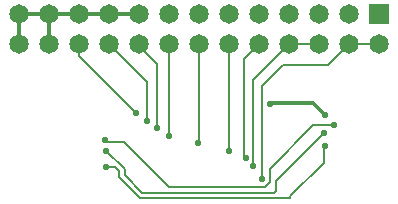
<source format=gbl>
G04*
G04 #@! TF.GenerationSoftware,Altium Limited,Altium Designer,19.1.5 (86)*
G04*
G04 Layer_Physical_Order=2*
G04 Layer_Color=1930808*
%FSAX24Y24*%
%MOIN*%
G70*
G01*
G75*
%ADD21C,0.0080*%
%ADD22C,0.0140*%
%ADD24R,0.0650X0.0650*%
%ADD25C,0.0650*%
%ADD26C,0.0220*%
D21*
X019600Y015650D02*
X020600D01*
X021600D02*
X022600D01*
X020900Y014950D02*
X021600Y015650D01*
X019633Y010520D02*
Y010583D01*
X014629Y010520D02*
X019633D01*
X020750Y012203D02*
X020797Y012250D01*
X020800D01*
X020750Y011700D02*
Y012203D01*
X019633Y010583D02*
X020750Y011700D01*
X013935Y011214D02*
X014629Y010520D01*
X013935Y011214D02*
Y011410D01*
X013795Y011550D02*
X013935Y011410D01*
X013500Y011550D02*
X013795D01*
X018950Y011046D02*
Y011500D01*
X018804Y010900D02*
X018950Y011046D01*
X015600Y010900D02*
X018804D01*
X014100Y012400D02*
X015600Y010900D01*
X018700Y011150D02*
Y014250D01*
X014115Y011288D02*
X014704Y010700D01*
X014115Y011288D02*
Y011485D01*
X013500Y012100D02*
X014115Y011485D01*
X014704Y010700D02*
X019103D01*
X020400Y012950D02*
X021100D01*
X018950Y011500D02*
X020400Y012950D01*
X013538Y012400D02*
X014100D01*
X013488Y012450D02*
X013538Y012400D01*
X013450Y012450D02*
X013488D01*
X019150Y011100D02*
X020750Y012700D01*
X019150Y010747D02*
Y011100D01*
X019103Y010700D02*
X019150Y010747D01*
X018700Y014250D02*
X019400Y014950D01*
X020900D01*
X018400Y014450D02*
X019600Y015650D01*
X018400Y011600D02*
Y014450D01*
X018100Y011900D02*
Y015150D01*
Y011900D02*
X018150Y011850D01*
X018100Y015150D02*
X018600Y015650D01*
X017600Y012100D02*
Y015650D01*
X016550Y012350D02*
X016600Y012400D01*
Y015650D01*
X015600Y012600D02*
Y015650D01*
Y012550D02*
Y012600D01*
X015200Y012850D02*
Y015000D01*
X014600Y015600D02*
X015200Y015000D01*
X014600Y015600D02*
Y015650D01*
X013600D02*
X014850Y014400D01*
Y013100D02*
Y014400D01*
X012600Y015250D02*
X014500Y013350D01*
X012600Y015250D02*
Y015650D01*
D22*
X011600D02*
Y016649D01*
X013600D02*
X014600D01*
X012600D02*
X013600D01*
X011600D02*
X012600D01*
X010600D02*
X011600D01*
X010600Y015650D02*
Y016649D01*
X018950Y013650D02*
X019000Y013700D01*
X020400D02*
X020800Y013300D01*
X019000Y013700D02*
X020400D01*
D24*
X022600Y016649D02*
D03*
D25*
Y015650D02*
D03*
X021600Y016649D02*
D03*
Y015650D02*
D03*
X020600Y016649D02*
D03*
Y015650D02*
D03*
X019600Y016649D02*
D03*
Y015650D02*
D03*
X018600Y016649D02*
D03*
Y015650D02*
D03*
X017600Y016649D02*
D03*
Y015650D02*
D03*
X016600Y016649D02*
D03*
Y015650D02*
D03*
X015600Y016649D02*
D03*
Y015650D02*
D03*
X014600Y016649D02*
D03*
Y015650D02*
D03*
X013600Y016649D02*
D03*
Y015650D02*
D03*
X012600Y016649D02*
D03*
Y015650D02*
D03*
X011600Y016649D02*
D03*
Y015650D02*
D03*
X010600Y016649D02*
D03*
Y015650D02*
D03*
D26*
X020800Y012250D02*
D03*
X018700Y011150D02*
D03*
X013500Y011550D02*
D03*
Y012100D02*
D03*
X021100Y012950D02*
D03*
X013450Y012450D02*
D03*
X020750Y012700D02*
D03*
X020800Y013300D02*
D03*
X018950Y013650D02*
D03*
X018400Y011600D02*
D03*
X018150Y011850D02*
D03*
X017600Y012100D02*
D03*
X016550Y012350D02*
D03*
X015600Y012600D02*
D03*
X015200Y012850D02*
D03*
X014850Y013100D02*
D03*
X014500Y013350D02*
D03*
M02*

</source>
